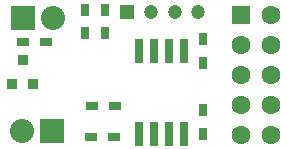
<source format=gbs>
G04 #@! TF.FileFunction,Soldermask,Bot*
%FSLAX46Y46*%
G04 Gerber Fmt 4.6, Leading zero omitted, Abs format (unit mm)*
G04 Created by KiCad (PCBNEW (2015-07-02 BZR 5871, Git 766da1e)-product) date 15-9-2015 00:01:28*
%MOMM*%
G01*
G04 APERTURE LIST*
%ADD10C,0.100000*%
%ADD11R,1.100000X0.800000*%
%ADD12R,0.800000X1.100000*%
%ADD13R,0.914400X0.914400*%
%ADD14R,0.800000X1.092200*%
%ADD15R,1.600200X1.600200*%
%ADD16C,1.600200*%
%ADD17R,1.200000X1.200000*%
%ADD18C,1.200000*%
%ADD19R,2.032000X2.032000*%
%ADD20O,2.032000X2.032000*%
%ADD21R,1.092200X0.800000*%
%ADD22R,0.650000X2.000000*%
G04 APERTURE END LIST*
D10*
D11*
X-63500000Y1250000D03*
X-65500000Y1250000D03*
D12*
X-56000000Y3500000D03*
X-56000000Y1500000D03*
D11*
X-69250000Y9250000D03*
X-71250000Y9250000D03*
D12*
X-64250000Y12000000D03*
X-64250000Y10000000D03*
D13*
X-72139000Y5734000D03*
X-70361000Y5734000D03*
X-71250000Y7766000D03*
D14*
X-66000000Y10000000D03*
X-66000000Y12000000D03*
D15*
X-52770000Y11580000D03*
D16*
X-50230000Y11580000D03*
X-52770000Y9040000D03*
X-50230000Y9040000D03*
X-52770000Y6500000D03*
X-50230000Y6500000D03*
X-52770000Y3960000D03*
X-50230000Y3960000D03*
X-52770000Y1420000D03*
X-50230000Y1420000D03*
D17*
X-62400000Y11800000D03*
D18*
X-60400000Y11800000D03*
X-58400000Y11800000D03*
X-56400000Y11800000D03*
D19*
X-71250000Y11250000D03*
D20*
X-68710000Y11250000D03*
D19*
X-68750000Y1750000D03*
D20*
X-71290000Y1750000D03*
D12*
X-56000000Y9500000D03*
X-56000000Y7500000D03*
D21*
X-63400000Y3800000D03*
X-65400000Y3800000D03*
D22*
X-57595000Y1500000D03*
X-58865000Y1500000D03*
X-60135000Y1500000D03*
X-61405000Y1500000D03*
X-61405000Y8500000D03*
X-60135000Y8500000D03*
X-58865000Y8500000D03*
X-57595000Y8500000D03*
M02*

</source>
